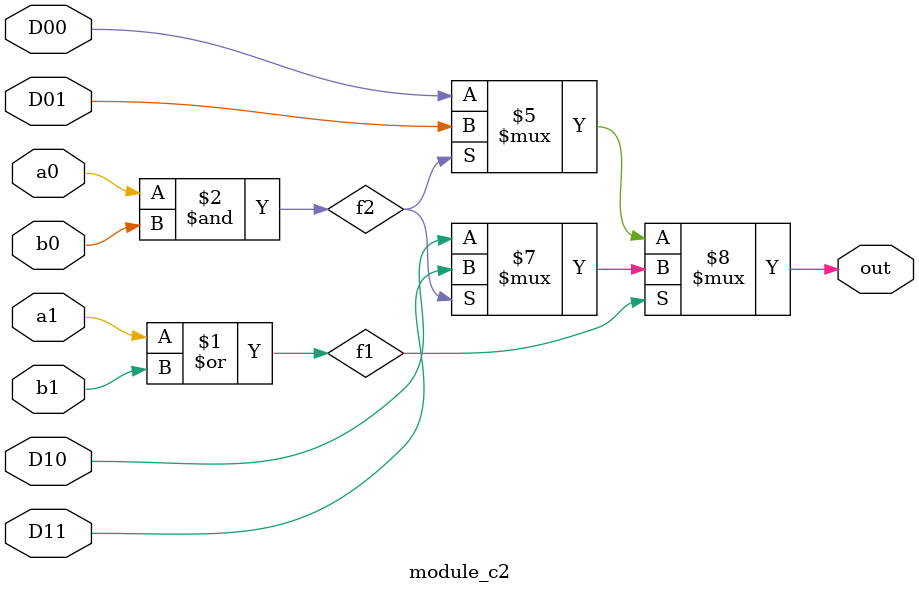
<source format=v>
module module_c2(D00, D01, D10, D11, a1, b1, a0, b0, out);

    input D00, D01, D10, D11, a1, b1, a0, b0;
    output out;

    wire f1, f2;

    assign f1 = a1 | b1;
    assign f2 = a0 & b0;

    assign out = ~f1 ? (~f2 ? D00 : D01) : (~f2 ? D10 : D11);
endmodule 
</source>
